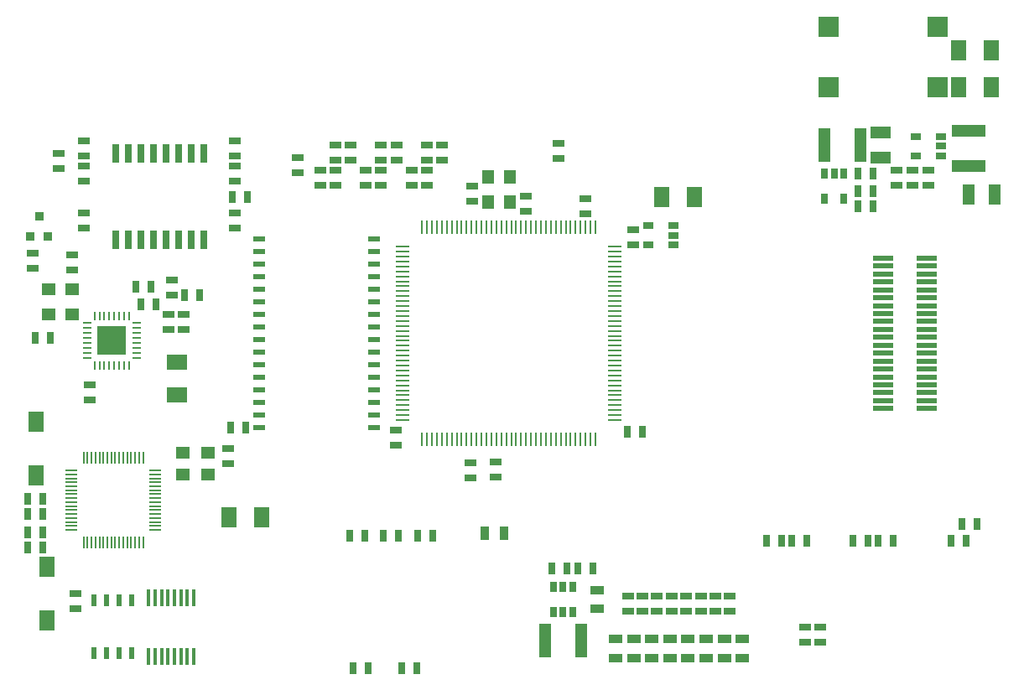
<source format=gtp>
G04 (created by PCBNEW (2013-mar-13)-stable) date Fri 20 Nov 2015 04:23:37 PM CET*
%MOIN*%
G04 Gerber Fmt 3.4, Leading zero omitted, Abs format*
%FSLAX34Y34*%
G01*
G70*
G90*
G04 APERTURE LIST*
%ADD10C,0.005906*%
%ADD11R,0.053100X0.011400*%
%ADD12R,0.011400X0.053100*%
%ADD13R,0.031500X0.074800*%
%ADD14R,0.008063X0.047200*%
%ADD15R,0.047200X0.008063*%
%ADD16R,0.033500X0.011000*%
%ADD17R,0.011000X0.033500*%
%ADD18R,0.118100X0.118100*%
%ADD19R,0.045000X0.025000*%
%ADD20R,0.025000X0.045000*%
%ADD21R,0.055118X0.048800*%
%ADD22R,0.050000X0.023622*%
%ADD23R,0.027600X0.039400*%
%ADD24R,0.051181X0.133858*%
%ADD25R,0.020000X0.045000*%
%ADD26R,0.055000X0.035000*%
%ADD27R,0.035000X0.055000*%
%ADD28R,0.059055X0.078740*%
%ADD29R,0.011800X0.070100*%
%ADD30R,0.080000X0.060000*%
%ADD31R,0.078740X0.078740*%
%ADD32R,0.060000X0.080000*%
%ADD33R,0.133858X0.051181*%
%ADD34R,0.039400X0.027600*%
%ADD35R,0.047200X0.078700*%
%ADD36R,0.055100X0.047200*%
%ADD37R,0.036000X0.036000*%
%ADD38R,0.078740X0.019685*%
%ADD39R,0.078700X0.047200*%
%ADD40R,0.047200X0.055100*%
G04 APERTURE END LIST*
G54D10*
G54D11*
X54833Y-30413D03*
X54833Y-30610D03*
X54833Y-30807D03*
X54833Y-31004D03*
X54833Y-31201D03*
X54833Y-31397D03*
X54833Y-31594D03*
X54833Y-31791D03*
X54833Y-31988D03*
X54833Y-32185D03*
X54833Y-32382D03*
X54833Y-32578D03*
X54833Y-32775D03*
X54833Y-32972D03*
X54833Y-33169D03*
X54833Y-33366D03*
X54833Y-33563D03*
X54833Y-33760D03*
X54833Y-33956D03*
X54833Y-34153D03*
X54833Y-34350D03*
X54833Y-34547D03*
X54833Y-34744D03*
X54833Y-34941D03*
X54833Y-35138D03*
X54833Y-35334D03*
X54833Y-35531D03*
X54833Y-35728D03*
X54833Y-35925D03*
X54833Y-36122D03*
X54833Y-36319D03*
X54833Y-36515D03*
X54833Y-36712D03*
X54833Y-36909D03*
X54833Y-37106D03*
X54833Y-37303D03*
G54D12*
X55610Y-38080D03*
X55807Y-38080D03*
X56004Y-38080D03*
X56201Y-38080D03*
X56398Y-38080D03*
X56594Y-38080D03*
X56791Y-38080D03*
X56988Y-38080D03*
X57185Y-38080D03*
X57382Y-38080D03*
X57579Y-38080D03*
X57775Y-38080D03*
X57972Y-38080D03*
X58169Y-38080D03*
X58366Y-38080D03*
X58563Y-38080D03*
X58760Y-38080D03*
X58957Y-38080D03*
X59153Y-38080D03*
X59350Y-38080D03*
X59547Y-38080D03*
X59744Y-38080D03*
X59941Y-38080D03*
X60138Y-38080D03*
X60335Y-38080D03*
X60531Y-38080D03*
X60728Y-38080D03*
X60925Y-38080D03*
X61122Y-38080D03*
X61319Y-38080D03*
X61516Y-38080D03*
X61712Y-38080D03*
X61909Y-38080D03*
X62106Y-38080D03*
X62303Y-38080D03*
X62500Y-38080D03*
G54D11*
X63277Y-37303D03*
X63277Y-37106D03*
X63277Y-36909D03*
X63277Y-36712D03*
X63277Y-36515D03*
X63277Y-36319D03*
X63277Y-36122D03*
X63277Y-35925D03*
X63277Y-35728D03*
X63277Y-35531D03*
X63277Y-35334D03*
X63277Y-35138D03*
X63277Y-34941D03*
X63277Y-34744D03*
X63277Y-34547D03*
X63277Y-34350D03*
X63277Y-34153D03*
X63277Y-33956D03*
X63277Y-33760D03*
X63277Y-33563D03*
X63277Y-33366D03*
X63277Y-33169D03*
X63277Y-32972D03*
X63277Y-32775D03*
X63277Y-32578D03*
X63277Y-32382D03*
X63277Y-32185D03*
X63277Y-31988D03*
X63277Y-31791D03*
X63277Y-31594D03*
X63277Y-31397D03*
X63277Y-31201D03*
X63277Y-31004D03*
X63277Y-30807D03*
X63277Y-30610D03*
X63277Y-30413D03*
G54D12*
X62500Y-29636D03*
X62303Y-29636D03*
X62106Y-29636D03*
X61909Y-29636D03*
X61712Y-29636D03*
X61516Y-29636D03*
X61319Y-29636D03*
X61122Y-29636D03*
X60925Y-29636D03*
X60728Y-29636D03*
X60531Y-29636D03*
X60335Y-29636D03*
X60138Y-29636D03*
X59941Y-29636D03*
X59744Y-29636D03*
X59547Y-29636D03*
X59350Y-29636D03*
X59153Y-29636D03*
X58957Y-29636D03*
X58760Y-29636D03*
X58563Y-29636D03*
X58366Y-29636D03*
X58169Y-29636D03*
X57972Y-29636D03*
X57775Y-29636D03*
X57579Y-29636D03*
X57382Y-29636D03*
X57185Y-29636D03*
X56988Y-29636D03*
X56791Y-29636D03*
X56594Y-29636D03*
X56398Y-29636D03*
X56201Y-29636D03*
X56004Y-29636D03*
X55807Y-29636D03*
X55610Y-29636D03*
G54D13*
X44923Y-30154D03*
X45423Y-30154D03*
X45923Y-30154D03*
X44423Y-30154D03*
X46423Y-30154D03*
X43923Y-30154D03*
X43423Y-30154D03*
X46923Y-30154D03*
X43423Y-26706D03*
X46923Y-26706D03*
X46423Y-26706D03*
X45923Y-26706D03*
X45423Y-26706D03*
X44923Y-26706D03*
X44423Y-26706D03*
X43923Y-26706D03*
G54D14*
X44521Y-38817D03*
X44363Y-38817D03*
X44206Y-38817D03*
X44048Y-38817D03*
X43891Y-38817D03*
X43733Y-38817D03*
X43576Y-38817D03*
X43418Y-38817D03*
X43261Y-38817D03*
X43103Y-38817D03*
X42946Y-38817D03*
X42788Y-38817D03*
X42631Y-38817D03*
X42473Y-38817D03*
X42316Y-38817D03*
X42158Y-38817D03*
G54D15*
X41667Y-39308D03*
X41667Y-39466D03*
X41667Y-39623D03*
X41667Y-39781D03*
X41667Y-39938D03*
X41667Y-40096D03*
X41667Y-40253D03*
X41667Y-40411D03*
G54D14*
X42158Y-42163D03*
X42316Y-42163D03*
X42473Y-42163D03*
X42631Y-42163D03*
X42788Y-42163D03*
X42946Y-42163D03*
X43103Y-42163D03*
X43261Y-42163D03*
X43418Y-42163D03*
X43576Y-42163D03*
X43733Y-42163D03*
X43891Y-42163D03*
G54D15*
X45013Y-41671D03*
X45013Y-41513D03*
X45013Y-41356D03*
X45013Y-41198D03*
X45013Y-41041D03*
X45013Y-40883D03*
X45013Y-40726D03*
X45013Y-40568D03*
X45013Y-40411D03*
X45013Y-40253D03*
X45013Y-40096D03*
X45013Y-39938D03*
X41667Y-40568D03*
X41667Y-40726D03*
X41667Y-40883D03*
X41667Y-41041D03*
X41667Y-41198D03*
X41667Y-41356D03*
X41667Y-41513D03*
X41667Y-41671D03*
G54D14*
X44048Y-42163D03*
X44206Y-42163D03*
X44363Y-42163D03*
X44521Y-42163D03*
G54D15*
X45013Y-39781D03*
X45013Y-39623D03*
X45013Y-39466D03*
X45013Y-39308D03*
G54D16*
X42296Y-34829D03*
G54D17*
X42591Y-35124D03*
G54D16*
X44264Y-34829D03*
X44264Y-34632D03*
X44264Y-34435D03*
X44264Y-34238D03*
X44264Y-33845D03*
X44264Y-33648D03*
G54D17*
X43182Y-33156D03*
G54D16*
X44264Y-33451D03*
G54D17*
X43969Y-33156D03*
X43772Y-33156D03*
X43575Y-33156D03*
X43378Y-33156D03*
X42985Y-33156D03*
X42788Y-33156D03*
X42591Y-33156D03*
G54D16*
X42296Y-33451D03*
X42296Y-33648D03*
X42296Y-33845D03*
X42296Y-34042D03*
X42296Y-34238D03*
X42296Y-34435D03*
X42296Y-34632D03*
G54D18*
X43280Y-34140D03*
G54D16*
X44264Y-34042D03*
G54D17*
X43969Y-35124D03*
X43772Y-35124D03*
X43575Y-35124D03*
X43378Y-35124D03*
X43182Y-35124D03*
X42985Y-35124D03*
X42788Y-35124D03*
G54D19*
X42170Y-29060D03*
X42170Y-29660D03*
X48170Y-29060D03*
X48170Y-29660D03*
X51570Y-27380D03*
X51570Y-27980D03*
X52170Y-27980D03*
X52170Y-27380D03*
X52170Y-26980D03*
X52170Y-26380D03*
X52770Y-26980D03*
X52770Y-26380D03*
X53370Y-27380D03*
X53370Y-27980D03*
X53970Y-27980D03*
X53970Y-27380D03*
X53970Y-26980D03*
X53970Y-26380D03*
X54590Y-26980D03*
X54590Y-26380D03*
X55190Y-27380D03*
X55190Y-27980D03*
X55790Y-27980D03*
X55790Y-27380D03*
X55790Y-26980D03*
X55790Y-26380D03*
X56390Y-26980D03*
X56390Y-26380D03*
X48170Y-27200D03*
X48170Y-27800D03*
X42170Y-27800D03*
X42170Y-27200D03*
X42170Y-26800D03*
X42170Y-26200D03*
X48170Y-26200D03*
X48170Y-26800D03*
X45530Y-33710D03*
X45530Y-33110D03*
G54D20*
X44430Y-32690D03*
X45030Y-32690D03*
X46760Y-32340D03*
X46160Y-32340D03*
X40850Y-34030D03*
X40250Y-34030D03*
G54D19*
X46130Y-33110D03*
X46130Y-33710D03*
G54D20*
X44220Y-32010D03*
X44820Y-32010D03*
G54D19*
X45660Y-32340D03*
X45660Y-31740D03*
G54D21*
X40767Y-32110D03*
X40767Y-33110D03*
X41692Y-33110D03*
X41692Y-32110D03*
G54D22*
X49126Y-31608D03*
X49126Y-32108D03*
X49126Y-32608D03*
X49126Y-33108D03*
X49126Y-33608D03*
X49126Y-35608D03*
X49126Y-36108D03*
X49126Y-36608D03*
X49126Y-37108D03*
X49126Y-37608D03*
X53693Y-37608D03*
X53693Y-37108D03*
X53693Y-36608D03*
X53693Y-36108D03*
X53693Y-35608D03*
X53693Y-33608D03*
X53693Y-33108D03*
X53693Y-32608D03*
X53693Y-32108D03*
X53693Y-31608D03*
X53693Y-31108D03*
X53693Y-30608D03*
X53693Y-30108D03*
X53693Y-35108D03*
X53693Y-34608D03*
X53693Y-34108D03*
X49126Y-35108D03*
X49126Y-34608D03*
X49126Y-34108D03*
X49126Y-31108D03*
X49126Y-30608D03*
X49126Y-30108D03*
G54D20*
X53460Y-47160D03*
X52860Y-47160D03*
X54800Y-47160D03*
X55400Y-47160D03*
X53330Y-41890D03*
X52730Y-41890D03*
X60785Y-43205D03*
X61385Y-43205D03*
X61815Y-43205D03*
X62415Y-43205D03*
X54680Y-41890D03*
X54080Y-41890D03*
G54D23*
X60840Y-43935D03*
X61215Y-43935D03*
X61590Y-43935D03*
X61590Y-44935D03*
X61215Y-44935D03*
X60840Y-44935D03*
G54D24*
X61923Y-46055D03*
X60506Y-46055D03*
G54D25*
X42560Y-44480D03*
X42560Y-46580D03*
X43060Y-44480D03*
X43560Y-44480D03*
X44060Y-44480D03*
X43060Y-46580D03*
X43560Y-46580D03*
X44060Y-46580D03*
G54D20*
X64360Y-37780D03*
X63760Y-37780D03*
G54D26*
X62585Y-44810D03*
X62585Y-44060D03*
G54D27*
X58865Y-41790D03*
X58115Y-41790D03*
G54D20*
X56030Y-41890D03*
X55430Y-41890D03*
X40530Y-42360D03*
X39930Y-42360D03*
X39930Y-41760D03*
X40530Y-41760D03*
G54D28*
X40700Y-45272D03*
X40700Y-43147D03*
G54D29*
X44744Y-46699D03*
X45000Y-46699D03*
X45256Y-46699D03*
X45512Y-46699D03*
X45767Y-46699D03*
X46023Y-46699D03*
X46279Y-46699D03*
X46535Y-46699D03*
X46535Y-44361D03*
X46279Y-44361D03*
X46023Y-44361D03*
X45767Y-44361D03*
X45512Y-44361D03*
X45256Y-44361D03*
X45000Y-44361D03*
X44744Y-44361D03*
G54D30*
X45860Y-35020D03*
X45860Y-36320D03*
G54D20*
X40530Y-40440D03*
X39930Y-40440D03*
X39930Y-41040D03*
X40530Y-41040D03*
G54D28*
X40280Y-37377D03*
X40280Y-39502D03*
G54D31*
X76115Y-21660D03*
X71784Y-21660D03*
X76115Y-24081D03*
X71784Y-24081D03*
G54D26*
X68340Y-46015D03*
X68340Y-46765D03*
G54D19*
X67850Y-44310D03*
X67850Y-44910D03*
G54D26*
X63300Y-46015D03*
X63300Y-46765D03*
G54D19*
X63790Y-44310D03*
X63790Y-44910D03*
X67270Y-44310D03*
X67270Y-44910D03*
X66690Y-44310D03*
X66690Y-44910D03*
X66110Y-44310D03*
X66110Y-44910D03*
X65530Y-44310D03*
X65530Y-44910D03*
X64950Y-44310D03*
X64950Y-44910D03*
X64370Y-44310D03*
X64370Y-44910D03*
G54D26*
X67620Y-46015D03*
X67620Y-46765D03*
X66900Y-46015D03*
X66900Y-46765D03*
X66180Y-46015D03*
X66180Y-46765D03*
X65460Y-46015D03*
X65460Y-46765D03*
X64740Y-46015D03*
X64740Y-46765D03*
X64020Y-46015D03*
X64020Y-46765D03*
G54D19*
X57540Y-39600D03*
X57540Y-39000D03*
G54D32*
X76920Y-22600D03*
X78220Y-22600D03*
X76920Y-24070D03*
X78220Y-24070D03*
G54D19*
X75720Y-27970D03*
X75720Y-27370D03*
G54D33*
X77330Y-25801D03*
X77330Y-27218D03*
G54D19*
X75100Y-27970D03*
X75100Y-27370D03*
X74480Y-27370D03*
X74480Y-27970D03*
G54D34*
X75220Y-26795D03*
X75220Y-26045D03*
X76220Y-26045D03*
X76220Y-26420D03*
X76220Y-26795D03*
G54D35*
X77328Y-28340D03*
X78352Y-28340D03*
G54D36*
X47100Y-38597D03*
X46100Y-38597D03*
X46100Y-39463D03*
X47100Y-39463D03*
G54D19*
X41690Y-31330D03*
X41690Y-30730D03*
X47910Y-39030D03*
X47910Y-38430D03*
X42400Y-35900D03*
X42400Y-36500D03*
G54D32*
X47940Y-41160D03*
X49240Y-41160D03*
G54D20*
X48670Y-28430D03*
X48070Y-28430D03*
G54D19*
X41180Y-27300D03*
X41180Y-26700D03*
G54D37*
X40740Y-29990D03*
X40040Y-29990D03*
X40390Y-29190D03*
G54D19*
X40140Y-31270D03*
X40140Y-30670D03*
X41820Y-44810D03*
X41820Y-44210D03*
G54D34*
X64610Y-30335D03*
X64610Y-29585D03*
X65610Y-29585D03*
X65610Y-29960D03*
X65610Y-30335D03*
G54D19*
X64010Y-30340D03*
X64010Y-29740D03*
G54D38*
X73937Y-36850D03*
X75669Y-36850D03*
X73937Y-36535D03*
X75669Y-36535D03*
X73937Y-36220D03*
X75669Y-36220D03*
X73937Y-35905D03*
X75669Y-35905D03*
X73937Y-35590D03*
X75669Y-35590D03*
X73937Y-35275D03*
X75669Y-35275D03*
X73937Y-34960D03*
X75669Y-34960D03*
X73937Y-34645D03*
X75669Y-34645D03*
X73937Y-34330D03*
X75669Y-34330D03*
X73937Y-34015D03*
X75669Y-34015D03*
X73937Y-33700D03*
X75669Y-33700D03*
X73937Y-33385D03*
X75669Y-33385D03*
X73937Y-33070D03*
X75669Y-33070D03*
X73937Y-32755D03*
X75669Y-32755D03*
X73937Y-32440D03*
X75669Y-32440D03*
X73937Y-32125D03*
X75669Y-32125D03*
X73937Y-31811D03*
X75669Y-31811D03*
X73937Y-31496D03*
X75669Y-31496D03*
X73937Y-31181D03*
X75669Y-31181D03*
X73937Y-30866D03*
X75669Y-30866D03*
G54D24*
X71611Y-26370D03*
X73028Y-26370D03*
G54D23*
X72365Y-28490D03*
X71615Y-28490D03*
X71615Y-27490D03*
X71990Y-27490D03*
X72365Y-27490D03*
G54D20*
X72930Y-27520D03*
X73530Y-27520D03*
G54D39*
X73830Y-25858D03*
X73830Y-26882D03*
G54D20*
X73530Y-28190D03*
X72930Y-28190D03*
X72930Y-28790D03*
X73530Y-28790D03*
G54D19*
X54560Y-37710D03*
X54560Y-38310D03*
G54D20*
X48600Y-37610D03*
X48000Y-37610D03*
G54D19*
X57590Y-28620D03*
X57590Y-28020D03*
X59740Y-28990D03*
X59740Y-28390D03*
X62110Y-29100D03*
X62110Y-28500D03*
X58550Y-38970D03*
X58550Y-39570D03*
G54D40*
X58227Y-27630D03*
X58227Y-28630D03*
X59093Y-28630D03*
X59093Y-27630D03*
G54D32*
X65140Y-28440D03*
X66440Y-28440D03*
G54D19*
X61050Y-26890D03*
X61050Y-26290D03*
X50660Y-27480D03*
X50660Y-26880D03*
G54D20*
X70290Y-42100D03*
X70890Y-42100D03*
X73720Y-42100D03*
X74320Y-42100D03*
X76650Y-42100D03*
X77250Y-42100D03*
G54D19*
X71450Y-45530D03*
X71450Y-46130D03*
G54D20*
X69290Y-42100D03*
X69890Y-42100D03*
X72720Y-42100D03*
X73320Y-42100D03*
X77670Y-41450D03*
X77070Y-41450D03*
G54D19*
X70850Y-46130D03*
X70850Y-45530D03*
M02*

</source>
